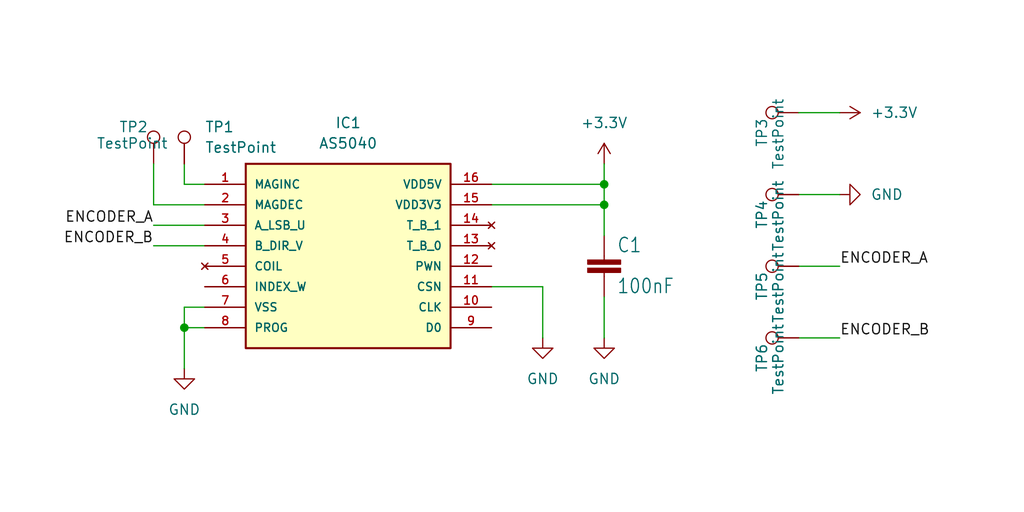
<source format=kicad_sch>
(kicad_sch (version 20231120) (generator "eeschema") (generator_version "8.0")
  (paper "User" 127 63.5)
  (lib_symbols
    (symbol "Connector:TestPoint" (pin_numbers hide) (pin_names (offset 0.762) hide)
      (property "Reference" "TP" (at 0 6.858 0))
      (property "Value" "TestPoint" (at 0 5.08 0))
      (symbol "TestPoint_0_1"
        (circle (center 0 3.302) (radius 0.762))
      )
      (symbol "TestPoint_1_1"
        (pin passive line (at 0 0 90) (length 2.54) (name "1") (number "1"))
      )
    )
    (symbol "Device:AS5040" (pin_names (offset 1.016))
      (property "Reference" "IC" (at -12.7065 11.4358 0))
      (property "Value" "AS5040" (at -12.705 -15.246 0))
      (symbol "AS5040_0_0"
        (rectangle (start -12.7 -12.7) (end 12.7 10.16) (stroke (width 0.254)) (fill (type background)))
        (pin tri_state line (at -17.78 7.62 0) (length 5.08) (name "MAGINC") (number "1"))
        (pin input line (at 17.78 -7.62 180) (length 5.08) (name "CLK") (number "10"))
        (pin input line (at 17.78 -5.08 180) (length 5.08) (name "CSN") (number "11"))
        (pin passive line (at 17.78 -2.54 180) (length 5.08) (name "PWN") (number "12"))
        (pin no_connect line (at 17.78 0 180) (length 5.08) (name "T_B_0") (number "13"))
        (pin no_connect line (at 17.78 2.54 180) (length 5.08) (name "T_B_1") (number "14"))
        (pin passive line (at 17.78 5.08 180) (length 5.08) (name "VDD3V3") (number "15"))
        (pin passive line (at 17.78 7.62 180) (length 5.08) (name "VDD5V") (number "16"))
        (pin tri_state line (at -17.78 5.08 0) (length 5.08) (name "MAGDEC") (number "2"))
        (pin output line (at -17.78 2.54 0) (length 5.08) (name "A_LSB_U") (number "3"))
        (pin output line (at -17.78 0 0) (length 5.08) (name "B_DIR_V") (number "4"))
        (pin no_connect line (at -17.78 -2.54 0) (length 5.08) (name "COIL") (number "5"))
        (pin output line (at -17.78 -5.08 0) (length 5.08) (name "INDEX_W") (number "6"))
        (pin passive line (at -17.78 -7.62 0) (length 5.08) (name "VSS") (number "7"))
        (pin input line (at -17.78 -10.16 0) (length 5.08) (name "PROG") (number "8"))
        (pin tri_state line (at 17.78 -10.16 180) (length 5.08) (name "D0") (number "9"))
      )
    )
    (symbol "power:+3.3V" (power) (pin_numbers hide) (pin_names (offset 0) hide)
      (property "Value" "+3.3V" (at 0 3.556 0))
      (symbol "+3.3V_0_1"
        (polyline (pts (xy -0.762 1.27) (xy 0 2.54)))
        (polyline (pts (xy 0 0) (xy 0 2.54)))
        (polyline (pts (xy 0 2.54) (xy 0.762 1.27)))
      )
      (symbol "+3.3V_1_1"
        (pin power_in line (at 0 0 90) (length 0) (name "~") (number "1"))
      )
    )
    (symbol "power:GND" (power) (pin_numbers hide) (pin_names (offset 0) hide)
      (property "Value" "GND" (at 0 -3.81 0))
      (symbol "GND_0_1"
        (polyline (pts (xy 0 0) (xy 0 -1.27) (xy 1.27 -1.27) (xy 0 -2.54) (xy -1.27 -1.27) (xy 0 -1.27)))
      )
      (symbol "GND_1_1"
        (pin power_in line (at 0 0 270) (length 0) (name "~") (number "1"))
      )
    )
    (symbol "schemat-eagle-import:rcl_C-EUC0805"
      (property "Reference" "C" (at 1.524 0.381 0))
      (symbol "rcl_C-EUC0805_1_0"
        (rectangle (start -2.032 -2.032) (end 2.032 -1.524) (fill (type outline)))
        (rectangle (start -2.032 -1.016) (end 2.032 -0.508) (fill (type outline)))
        (polyline (pts (xy 0 -2.54) (xy 0 -2.032)) (stroke (width 0.1524)))
        (polyline (pts (xy 0 0) (xy 0 -0.508)) (stroke (width 0.1524)))
        (pin passive line (at 0 2.54 270) (length 2.54) (name "1") (number "1"))
        (pin passive line (at 0 -5.08 90) (length 2.54) (name "2") (number "2"))
      )
    )
  )
  (junction (at 74.93 22.86))
  (junction (at 22.86 40.64))
  (junction (at 74.93 25.4))
  (wire (pts (xy 99.06 33.02) (xy 104.14 33.02)))
  (wire (pts (xy 22.86 20.32) (xy 22.86 22.86)))
  (wire (pts (xy 74.93 20.32) (xy 74.93 22.86)))
  (wire (pts (xy 99.06 41.91) (xy 104.14 41.91)))
  (wire (pts (xy 74.93 22.86) (xy 74.93 25.4)))
  (wire (pts (xy 74.93 41.91) (xy 74.93 36.83)))
  (wire (pts (xy 19.05 25.4) (xy 25.4 25.4)))
  (wire (pts (xy 22.86 40.64) (xy 25.4 40.64)))
  (wire (pts (xy 74.93 25.4) (xy 60.96 25.4)))
  (wire (pts (xy 19.05 30.48) (xy 25.4 30.48)))
  (wire (pts (xy 99.06 13.97) (xy 104.14 13.97)))
  (wire (pts (xy 19.05 27.94) (xy 25.4 27.94)))
  (wire (pts (xy 60.96 35.56) (xy 67.31 35.56)))
  (wire (pts (xy 60.96 22.86) (xy 74.93 22.86)))
  (wire (pts (xy 25.4 38.1) (xy 22.86 38.1)))
  (wire (pts (xy 22.86 38.1) (xy 22.86 40.64)))
  (wire (pts (xy 74.93 29.21) (xy 74.93 25.4)))
  (wire (pts (xy 19.05 20.32) (xy 19.05 25.4)))
  (wire (pts (xy 22.86 40.64) (xy 22.86 45.72)))
  (wire (pts (xy 99.06 24.13) (xy 104.14 24.13)))
  (wire (pts (xy 22.86 22.86) (xy 25.4 22.86)))
  (wire (pts (xy 67.31 35.56) (xy 67.31 41.91)))
  (label "ENCODER_B" (at 19.05 30.48 180))
  (label "ENCODER_B" (at 104.14 41.91 0))
  (label "ENCODER_A" (at 19.05 27.94 180))
  (label "ENCODER_A" (at 104.14 33.02 0))
  (symbol (lib_id "Connector:TestPoint") (at 99.06 24.13 90) (unit 1)
    (property "Reference" "TP4" (at 94.488 28.448 0) (effects (justify left)))
    (property "Value" "TestPoint" (at 96.52 31.242 0) (effects (justify left)))
    (property "Footprint" "Connector_Wire:SolderWirePad_1x01_SMD_1x2mm" (effects (hide yes)))
    (property "Description" "test point" (effects (hide yes)))
  )
  (symbol (lib_id "power:GND") (at 67.31 41.91 0) (unit 1)
    (property "Reference" "#PWR03" (effects (hide yes)))
    (property "Value" "GND" (at 67.31 46.99 0))
    (property "Description" "Power symbol creates a global label with name \"GND\" , ground" (effects (hide yes)))
  )
  (symbol (lib_id "power:GND") (at 22.86 45.72 0) (mirror y) (unit 1)
    (property "Reference" "#PWR04" (effects (hide yes)))
    (property "Value" "GND" (at 22.86 50.8 0))
    (property "Description" "Power symbol creates a global label with name \"GND\" , ground" (effects (hide yes)))
  )
  (symbol (lib_id "power:GND") (at 74.93 41.91 0) (unit 1)
    (property "Reference" "#PWR01" (effects (hide yes)))
    (property "Value" "GND" (at 74.93 46.99 0))
    (property "Description" "Power symbol creates a global label with name \"GND\" , ground" (effects (hide yes)))
  )
  (symbol (lib_id "Connector:TestPoint") (at 99.06 33.02 90) (unit 1)
    (property "Reference" "TP5" (at 94.488 37.338 0) (effects (justify left)))
    (property "Value" "TestPoint" (at 96.52 40.132 0) (effects (justify left)))
    (property "Footprint" "Connector_Wire:SolderWirePad_1x01_SMD_1x2mm" (effects (hide yes)))
    (property "Description" "test point" (effects (hide yes)))
  )
  (symbol (lib_id "power:+3.3V") (at 74.93 20.32 0) (unit 1)
    (property "Reference" "#PWR02" (effects (hide yes)))
    (property "Value" "+3.3V" (at 74.93 15.24 0))
    (property "Description" "Power symbol creates a global label with name \"+3.3V\"" (effects (hide yes)))
  )
  (symbol (lib_id "Connector:TestPoint") (at 22.86 20.32 0) (unit 1)
    (property "Reference" "TP1" (at 25.4 15.7479 0) (effects (justify left)))
    (property "Value" "TestPoint" (at 25.4 18.2879 0) (effects (justify left)))
    (property "Footprint" "TestPoint:TestPoint_THTPad_1.0x1.0mm_Drill0.5mm" (effects (hide yes)))
    (property "Description" "test point" (effects (hide yes)))
  )
  (symbol (lib_id "Connector:TestPoint") (at 99.06 41.91 90) (unit 1)
    (property "Reference" "TP6" (at 94.488 46.228 0) (effects (justify left)))
    (property "Value" "TestPoint" (at 96.52 49.022 0) (effects (justify left)))
    (property "Footprint" "Connector_Wire:SolderWirePad_1x01_SMD_1x2mm" (effects (hide yes)))
    (property "Description" "test point" (effects (hide yes)))
  )
  (symbol (lib_id "power:GND") (at 104.14 24.13 90) (unit 1)
    (property "Reference" "#PWR06" (effects (hide yes)))
    (property "Value" "GND" (at 107.95 24.1299 90) (effects (justify right)))
    (property "Description" "Power symbol creates a global label with name \"GND\" , ground" (effects (hide yes)))
  )
  (symbol (lib_id "power:+3.3V") (at 104.14 13.97 270) (unit 1)
    (property "Reference" "#PWR05" (effects (hide yes)))
    (property "Value" "+3.3V" (at 107.95 13.9699 90) (effects (justify left)))
    (property "Description" "Power symbol creates a global label with name \"+3.3V\"" (effects (hide yes)))
  )
  (symbol (lib_id "Connector:TestPoint") (at 19.05 20.32 0) (unit 1)
    (property "Reference" "TP2" (at 14.732 15.748 0) (effects (justify left)))
    (property "Value" "TestPoint" (at 11.938 17.78 0) (effects (justify left)))
    (property "Footprint" "TestPoint:TestPoint_THTPad_1.0x1.0mm_Drill0.5mm" (effects (hide yes)))
    (property "Description" "test point" (effects (hide yes)))
  )
  (symbol (lib_id "schemat-eagle-import:rcl_C-EUC0805") (at 74.93 31.75 0) (unit 1)
    (property "Reference" "C1" (at 76.454 31.369 0) (effects (font (size 1.778 1.5113)) (justify left bottom)))
    (property "Value" "100nF" (at 76.454 36.449 0) (effects (font (size 1.778 1.5113)) (justify left bottom)))
    (property "Footprint" "Capacitor_SMD:C_0603_1608Metric_Pad1.08x0.95mm_HandSolder" (effects (hide yes)))
  )
  (symbol (lib_id "Device:AS5040") (at 43.18 30.48 0) (unit 1)
    (property "Reference" "IC1" (at 43.18 15.24 0))
    (property "Value" "AS5040" (at 43.18 17.78 0))
    (property "Footprint" "Package_SO:SSOP16" (effects (hide yes)))
    (property "MF" "ams" (effects (hide yes)))
    (property "Description_1" "\nAS5040 series Magnetic, Rotary Position Sensor Evaluation Board\n" (effects (hide yes)))
    (property "Package" "None" (effects (hide yes)))
    (property "Price" "None" (effects (hide yes)))
    (property "SnapEDA_Link" "https://www.snapeda.com/parts/AS5040/ams/view-part/?ref=snap" (effects (hide yes)))
    (property "MP" "AS5040" (effects (hide yes)))
    (property "Availability" "In Stock" (effects (hide yes)))
    (property "Check_prices" "https://www.snapeda.com/parts/AS5040/ams/view-part/?ref=eda" (effects (hide yes)))
  )
  (symbol (lib_id "Connector:TestPoint") (at 99.06 13.97 90) (unit 1)
    (property "Reference" "TP3" (at 94.488 18.288 0) (effects (justify left)))
    (property "Value" "TestPoint" (at 96.52 21.082 0) (effects (justify left)))
    (property "Footprint" "Connector_Wire:SolderWirePad_1x01_SMD_1x2mm" (effects (hide yes)))
    (property "Description" "test point" (effects (hide yes)))
  )
)
</source>
